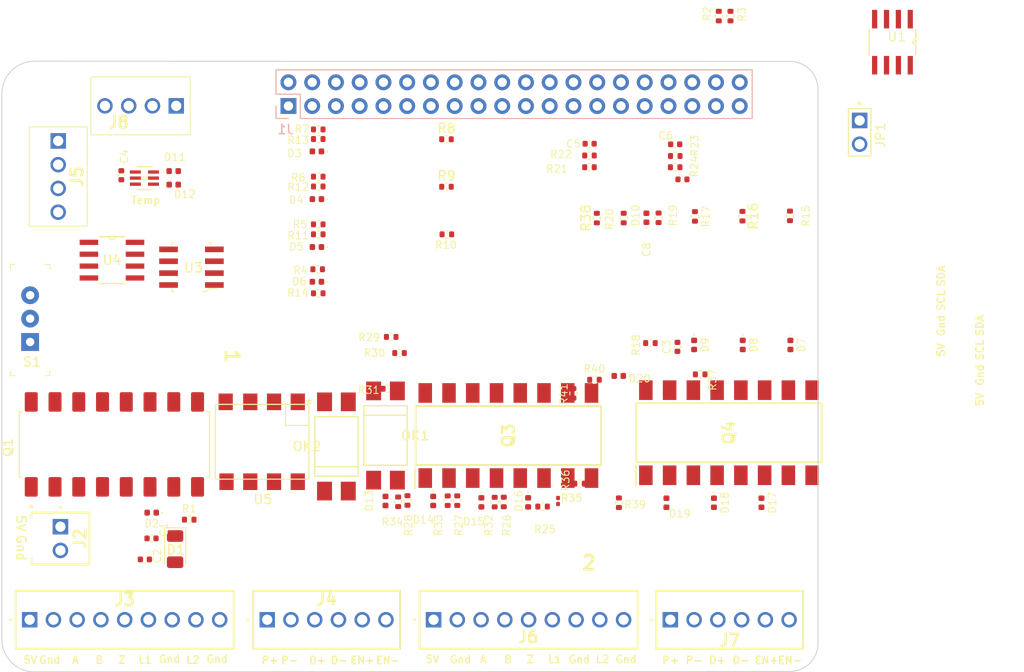
<source format=kicad_pcb>
(kicad_pcb (version 20241229) (generator "pcbnew") (generator_version "9.0")
  (title_block (date "15 nov 2012"))
  (layers (0 "F.Cu" signal) (4 "In1.Cu" power) (6 "In2.Cu" power) (2 "B.Cu" signal) (13 "F.Paste" user) (15 "B.Paste" user) (5 "F.SilkS" user "F.Silkscreen") (7 "B.SilkS" user "B.Silkscreen") (1 "F.Mask" user) (3 "B.Mask" user) (25 "Edge.Cuts" user))
  (net 0 "")
  (net 1 "GNDIO")
  (net 2 "+5V")
  (net 3 "/GPIO4{slash}GPCLK0")
  (net 4 "/GPIO14{slash}TXD0")
  (net 5 "/GPIO15{slash}RXD0")
  (net 6 "/IO/LIM_1")
  (net 7 "/IO/PUL-")
  (net 8 "Net-(D1-K)")
  (net 9 "/IO/DIR-")
  (net 10 "/IO/MF-")
  (net 11 "/GPIO10{slash}SPI0.MOSI")
  (net 12 "/GPIO9{slash}SPI0.MISO")
  (net 13 "/IO/LIM_2")
  (net 14 "/GPIO11{slash}SPI0.SCLK")
  (net 15 "/GPIO8{slash}SPI0.CE0")
  (net 16 "/GPIO7{slash}SPI0.CE1")
  (net 17 "/ID_SDA")
  (net 18 "/ID_SCL")
  (net 19 "Net-(D6-K)")
  (net 20 "/I2C/SDA")
  (net 21 "/I2C/SCL")
  (net 22 "Net-(D13-K)")
  (net 23 "Net-(D14-K)")
  (net 24 "Net-(D15-K)")
  (net 25 "Net-(D16-K)")
  (net 26 "/io2/LIM_1")
  (net 27 "/io2/PUL-")
  (net 28 "Net-(D2-K)")
  (net 29 "Net-(D3-K)")
  (net 30 "Net-(D4-K)")
  (net 31 "Net-(D5-K)")
  (net 32 "GNDPI")
  (net 35 "/io2/DIR-")
  (net 36 "/io2/MF-")
  (net 37 "E_PUL{slash}18")
  (net 38 "E_ENC_B{slash}22")
  (net 39 "E_DIR{slash}23")
  (net 40 "E_MF{slash}24")
  (net 41 "E_ENC_Z{slash}27")
  (net 42 "E_ENC_A{slash}17")
  (net 43 "/io2/LIM_2")
  (net 44 "Net-(D20-K)")
  (net 45 "A_LIM_2{slash}21")
  (net 46 "PI_SDA")
  (net 47 "A_ENC_A{slash}5")
  (net 48 "A_PUL{slash}13")
  (net 49 "A_MF{slash}20")
  (net 50 "PI_SCL")
  (net 51 "A_DIR{slash}19")
  (net 52 "A_LIM_1{slash}12")
  (net 53 "E_LIM_2{slash}16")
  (net 54 "E_LIM_1{slash}25")
  (net 55 "+3.3V")
  (net 56 "A_ENC_B{slash}6")
  (net 57 "/IO/ENC_B")
  (net 58 "/IO/ENC_A")
  (net 59 "/IO/ENC_Z")
  (net 60 "/io2/ENC_Z")
  (net 61 "/io2/ENC_B")
  (net 62 "/io2/ENC_A")
  (net 63 "Net-(OK1-Pad1)")
  (net 64 "Net-(R15-Pad2)")
  (net 65 "Net-(R16-Pad2)")
  (net 66 "Net-(Q4-Pad5)")
  (net 67 "Net-(Q4-Pad1)")
  (net 68 "Net-(Q4-Pad3)")
  (net 69 "Net-(JP1-B)")
  (net 70 "Net-(D10-K)")
  (net 72 "A_ENC_Z{slash}26")
  (footprint "Resistor_SMD:R_0402_1005Metric" (layer "F.Cu") (at 147.08 74.115 180)
    (property "Reference" "R18" (at 1.54 -0.22 90) (layer "F.SilkS") (effects (font (size 0.8 0.8) (thickness 0.1))))
    (property "Value" "4R7")
    (pad "1" smd roundrect (at -0.51 0 180) (size 0.54 0.64) (layers "F.Cu" "F.Mask" "F.Paste") (net 55 "+3.3V"))
    (pad "2" smd roundrect (at 0.51 0 180) (size 0.54 0.64) (layers "F.Cu" "F.Mask" "F.Paste") (net 53 "E_LIM_2{slash}16"))
  )
  (footprint "Diode_SMD:D_0402_1005Metric" (layer "F.Cu") (at 151.75 74.315 -90)
    (property "Reference" "D9" (at 0 -1.17 90) (layer "F.SilkS") (effects (font (size 0.8 0.8) (thickness 0.1))))
    (property "Value" "TPESD0402G05V")
    (pad "1" smd roundrect (at -0.485 0 270) (size 0.59 0.64) (layers "F.Cu" "F.Mask" "F.Paste") (net 10 "/IO/MF-"))
    (pad "2" smd roundrect (at 0.485 0 270) (size 0.59 0.64) (layers "F.Cu" "F.Mask" "F.Paste") (net 1 "GNDIO"))
  )
  (footprint "DishFootprints:TerminalBlock_6x2.54mm" (layer "F.Cu") (at 106.1 103.7)
    (property "Reference" "J4" (at 6.35 -2.175 0) (layer "F.SilkS") (effects (font (size 1.27 1.27) (thickness 0.254))))
    (property "Value" "TerminalBlock_6x2.54mm" (hide yes))
    (pad "1" thru_hole rect (at 0 0) (size 1.65 1.65) (drill 1.1) (layers "*.Cu" "*.Mask") (net 2 "+5V"))
    (pad "2" thru_hole circle (at 2.54 0) (size 1.65 1.65) (drill 1.1) (layers "*.Cu" "*.Mask") (net 7 "/IO/PUL-"))
    (pad "3" thru_hole circle (at 5.08 0) (size 1.65 1.65) (drill 1.1) (layers "*.Cu" "*.Mask") (net 2 "+5V"))
    (pad "4" thru_hole circle (at 7.62 0) (size 1.65 1.65) (drill 1.1) (layers "*.Cu" "*.Mask") (net 9 "/IO/DIR-"))
    (pad "5" thru_hole circle (at 10.16 0) (size 1.65 1.65) (drill 1.1) (layers "*.Cu" "*.Mask") (net 2 "+5V"))
    (pad "6" thru_hole circle (at 12.7 0) (size 1.65 1.65) (drill 1.1) (layers "*.Cu" "*.Mask") (net 10 "/IO/MF-"))
  )
  (footprint "MountingHole:MountingHole_2.7mm_M2.5" (layer "F.Cu") (at 161.5 47.5)
    (property "Reference" "MH2" (hide yes))
    (property "Value" "MountingHole_2.7mm_M2.5" (hide yes))
    (pad "" np_thru_hole circle (at 0 0) (size 2.7 2.7) (drill 2.7) (layers "*.Cu" "*.Mask"))
  )
  (footprint "Resistor_SMD:R_0402_1005Metric" (layer "F.Cu") (at 130.425 91.12 -90)
    (property "Reference" "R32" (at 2.48 0.625 270) (layer "F.SilkS") (effects (font (size 0.8 0.8) (thickness 0.1))))
    (property "Value" "470")
    (pad "1" smd roundrect (at -0.51 0 270) (size 0.54 0.64) (layers "F.Cu" "F.Mask" "F.Paste") (net 24 "Net-(D15-K)"))
    (pad "2" smd roundrect (at 0.51 0 270) (size 0.54 0.64) (layers "F.Cu" "F.Mask" "F.Paste") (net 60 "/io2/ENC_Z"))
  )
  (footprint "Diode_SMD:D_0402_1005Metric" (layer "F.Cu") (at 111.415 67.56 180)
    (property "Reference" "D6" (at 1.89 0.03 0) (layer "F.SilkS") (effects (font (size 0.8 0.8) (thickness 0.1))))
    (property "Value" "TPESD0402G05V")
    (pad "1" smd roundrect (at -0.485 0 180) (size 0.59 0.64) (layers "F.Cu" "F.Mask" "F.Paste") (net 19 "Net-(D6-K)"))
    (pad "2" smd roundrect (at 0.485 0 180) (size 0.59 0.64) (layers "F.Cu" "F.Mask" "F.Paste") (net 6 "/IO/LIM_1"))
  )
  (footprint "Diode_SMD:D_0402_1005Metric" (layer "F.Cu") (at 111.415 58.72 180)
    (property "Reference" "D4" (at 2.2 -0.1 0) (layer "F.SilkS") (effects (font (size 0.8 0.8) (thickness 0.1))))
    (property "Value" "TPESD0402G05V")
    (pad "1" smd roundrect (at -0.485 0 180) (size 0.59 0.64) (layers "F.Cu" "F.Mask" "F.Paste") (net 30 "Net-(D4-K)"))
    (pad "2" smd roundrect (at 0.485 0 180) (size 0.59 0.64) (layers "F.Cu" "F.Mask" "F.Paste") (net 1 "GNDIO"))
  )
  (footprint "Resistor_SMD:R_0402_1005Metric" (layer "F.Cu") (at 120.25 75.18 180)
    (property "Reference" "R30" (at 2.685 0.005 180) (layer "F.SilkS") (effects (font (size 0.8 0.8) (thickness 0.1))))
    (property "Value" "4R7")
    (pad "1" smd roundrect (at -0.51 0 180) (size 0.54 0.64) (layers "F.Cu" "F.Mask" "F.Paste") (net 56 "A_ENC_B{slash}6"))
    (pad "2" smd roundrect (at 0.51 0 180) (size 0.54 0.64) (layers "F.Cu" "F.Mask" "F.Paste") (net 55 "+3.3V"))
  )
  (footprint "Diode_SMD:D_0402_1005Metric" (layer "F.Cu") (at 118.75 91 -90)
    (property "Reference" "D13" (at -0.045 1.75 270) (layer "F.SilkS") (effects (font (size 0.8 0.8) (thickness 0.1))))
    (property "Value" "TPESD0402G05V")
    (pad "1" smd roundrect (at -0.485 0 270) (size 0.59 0.64) (layers "F.Cu" "F.Mask" "F.Paste") (net 22 "Net-(D13-K)"))
    (pad "2" smd roundrect (at 0.485 0 270) (size 0.59 0.64) (layers "F.Cu" "F.Mask" "F.Paste") (net 1 "GNDIO"))
  )
  (footprint "Resistor_SMD:R_0402_1005Metric" (layer "F.Cu") (at 140.56 55.31)
    (property "Reference" "R21" (at -3.48 0.18 0) (layer "F.SilkS") (effects (font (size 0.8 0.8) (thickness 0.1))))
    (property "Value" "4R7")
    (pad "1" smd roundrect (at -0.51 0) (size 0.54 0.64) (layers "F.Cu" "F.Mask" "F.Paste") (net 55 "+3.3V"))
    (pad "2" smd roundrect (at 0.51 0) (size 0.54 0.64) (layers "F.Cu" "F.Mask" "F.Paste") (net 50 "PI_SCL"))
  )
  (footprint "Diode_SMD:D_0402_1005Metric" (layer "F.Cu") (at 96.1 57.175)
    (property "Reference" "D12" (at 1.19 1.02 0) (layer "F.SilkS") (effects (font (size 0.8 0.8) (thickness 0.1))))
    (property "Value" "TPESD0402G05V")
    (pad "1" smd roundrect (at -0.485 0) (size 0.59 0.64) (layers "F.Cu" "F.Mask" "F.Paste") (net 21 "/I2C/SCL"))
    (pad "2" smd roundrect (at 0.485 0) (size 0.59 0.64) (layers "F.Cu" "F.Mask" "F.Paste") (net 1 "GNDIO"))
  )
  (footprint "Diode_SMD:D_0402_1005Metric" (layer "F.Cu") (at 148.79 91.19 -90)
    (property "Reference" "D19" (at 1.16 -1.43 0) (layer "F.SilkS") (effects (font (size 0.8 0.8) (thickness 0.1))))
    (property "Value" "TPESD0402G05V")
    (pad "1" smd roundrect (at -0.485 0 270) (size 0.59 0.64) (layers "F.Cu" "F.Mask" "F.Paste") (net 36 "/io2/MF-"))
    (pad "2" smd roundrect (at 0.485 0 270) (size 0.59 0.64) (layers "F.Cu" "F.Mask" "F.Paste") (net 1 "GNDIO"))
  )
  (footprint "Resistor_SMD:R_0402_1005Metric" (layer "F.Cu") (at 140.56 54.06)
    (property "Reference" "R22" (at -3.04 -0.13 0) (layer "F.SilkS") (effects (font (size 0.8 0.8) (thickness 0.1))))
    (property "Value" "4R7")
    (pad "1" smd roundrect (at -0.51 0) (size 0.54 0.64) (layers "F.Cu" "F.Mask" "F.Paste") (net 55 "+3.3V"))
    (pad "2" smd roundrect (at 0.51 0) (size 0.54 0.64) (layers "F.Cu" "F.Mask" "F.Paste") (net 46 "PI_SDA"))
  )
  (footprint "Diode_SMD:D_0402_1005Metric" (layer "F.Cu") (at 134 91.15 -90)
    (property "Reference" "D16" (at -0.15 1 90) (layer "F.SilkS") (effects (font (size 0.8 0.8) (thickness 0.1))))
    (property "Value" "TPESD0402G05V")
    (pad "1" smd roundrect (at -0.485 0 270) (size 0.59 0.64) (layers "F.Cu" "F.Mask" "F.Paste") (net 25 "Net-(D16-K)"))
    (pad "2" smd roundrect (at 0.485 0 270) (size 0.59 0.64) (layers "F.Cu" "F.Mask" "F.Paste") (net 26 "/io2/LIM_1"))
  )
  (footprint "Resistor_SMD:R_0402_1005Metric" (layer "F.Cu") (at 97.76 93)
    (property "Reference" "R1" (at 0 -1.17 0) (layer "F.SilkS") (effects (font (size 0.8 0.8) (thickness 0.1))))
    (property "Value" "1k")
    (pad "1" smd roundrect (at -0.51 0) (size 0.54 0.64) (layers "F.Cu" "F.Mask" "F.Paste") (net 8 "Net-(D1-K)"))
    (pad "2" smd roundrect (at 0.51 0) (size 0.54 0.64) (layers "F.Cu" "F.Mask" "F.Paste") (net 1 "GNDIO"))
  )
  (footprint "Resistor_SMD:R_0402_1005Metric" (layer "F.Cu") (at 111.56 51.27)
    (property "Reference" "R7" (at -1.745 -0.05 0) (layer "F.SilkS") (effects (font (size 0.8 0.8) (thickness 0.1))))
    (property "Value" "10k")
    (pad "1" smd roundrect (at -0.51 0) (size 0.54 0.64) (layers "F.Cu" "F.Mask" "F.Paste") (net 58 "/IO/ENC_A"))
    (pad "2" smd roundrect (at 0.51 0) (size 0.54 0.64) (layers "F.Cu" "F.Mask" "F.Paste") (net 2 "+5V"))
  )
  (footprint "LED_SMD:LED_1206_3216Metric" (layer "F.Cu") (at 96.25 96.15 -90)
    (property "Reference" "D1" (at 0.05 -0.075 180) (layer "F.SilkS"))
    (property "Value" "LED")
    (pad "1" smd roundrect (at -1.4 0 270) (size 1.25 1.75) (layers "F.Cu" "F.Mask" "F.Paste") (roundrect_rratio 0.2) (net 8 "Net-(D1-K)"))
    (pad "2" smd roundrect (at 1.4 0 270) (size 1.25 1.75) (layers "F.Cu" "F.Mask" "F.Paste") (roundrect_rratio 0.2) (net 2 "+5V"))
  )
  (footprint "Resistor_SMD:R_0402_1005Metric" (layer "F.Cu") (at 111.56 61.42)
    (property "Reference" "R5" (at -1.945 0 0) (layer "F.SilkS") (effects (font (size 0.8 0.8) (thickness 0.1))))
    (property "Value" "10k")
    (pad "1" smd roundrect (at -0.51 0) (size 0.54 0.64) (layers "F.Cu" "F.Mask" "F.Paste") (net 59 "/IO/ENC_Z"))
    (pad "2" smd roundrect (at 0.51 0) (size 0.54 0.64) (layers "F.Cu" "F.Mask" "F.Paste") (net 2 "+5V"))
  )
  (footprint "Diode_SMD:D_0402_1005Metric" (layer "F.Cu") (at 96.1 55.725)
    (property "Reference" "D11" (at 0.13 -1.5 0) (layer "F.SilkS") (effects (font (size 0.8 0.8) (thickness 0.1))))
    (property "Value" "TPESD0402G05V")
    (pad "1" smd roundrect (at -0.485 0) (size 0.59 0.64) (layers "F.Cu" "F.Mask" "F.Paste") (net 20 "/I2C/SDA"))
    (pad "2" smd roundrect (at 0.485 0) (size 0.59 0.64) (layers "F.Cu" "F.Mask" "F.Paste") (net 1 "GNDIO"))
  )
  (footprint "DishFootprints:Header 1x2 Male" (layer "F.Cu") (at 169.45 51.58 -90)
    (property "Reference" "JP1" (at 0.3175 -2.2225 90) (layer "F.SilkS"))
    (property "Value" "JP1")
    (pad "1" thru_hole rect (at -1.27 0 270) (size 1.65 1.65) (drill 1.1) (layers "*.Cu" "*.Mask") (net 55 "+3.3V"))
    (pad "2" thru_hole circle (at 1.27 0 270) (size 1.65 1.65) (drill 1.1) (layers "*.Cu" "*.Mask") (net 69 "Net-(JP1-B)"))
  )
  (footprint "DishFootprints:TerminalBlock_9x2.54mm" (layer "F.Cu") (at 80.7 103.7)
    (property "Reference" "J3" (at 10.16 -2.16 0) (layer "F.SilkS") (effects (font (size 1.27 1.27) (thickness 0.254))))
    (property "Value" "TerminalBlock_9x2.54mm" (hide yes))
    (pad "1" thru_hole rect (at 0 0) (size 1.65 1.65) (drill 1.1) (layers "*.Cu" "*.Mask") (net 2 "+5V"))
    (pad "2" thru_hole circle (at 2.54 0) (size 1.65 1.65) (drill 1.1) (layers "*.Cu" "*.Mask") (net 1 "GNDIO"))
    (pad "3" thru_hole circle (at 5.08 0) (size 1.65 1.65) (drill 1.1) (layers "*.Cu" "*.Mask") (net 58 "/IO/ENC_A"))
    (pad "4" thru_hole circle (at 7.62 0) (size 1.65 1.65) (drill 1.1) (layers "*.Cu" "*.Mask") (net 57 "/IO/ENC_B"))
    (pad "5" thru_hole circle (at 10.16 0) (size 1.65 1.65) (drill 1.1) (layers "*.Cu" "*.Mask") (net 59 "/IO/ENC_Z"))
    (pad "6" thru_hole circle (at 12.7 0) (size 1.65 1.65) (drill 1.1) (layers "*.Cu" "*.Mask") (net 6 "/IO/LIM_1"))
    (pad "7" thru_hole circle (at 15.24 0) (size 1.65 1.65) (drill 1.1) (layers "*.Cu" "*.Mask") (net 1 "GNDIO"))
    (pad "8" thru_hole circle (at 17.78 0) (size 1.65 1.65) (drill 1.1) (layers "*.Cu" "*.Mask") (net 13 "/IO/LIM_2"))
    (pad "9" thru_hole circle (at 20.32 0) (size 1.65 1.65) (drill 1.1) (layers "*.Cu" "*.Mask") (net 1 "GNDIO"))
  )
  (footprint "Resistor_SMD:R_0402_1005Metric" (layer "F.Cu") (at 111.56 56.32)
    (property "Reference" "R6" (at -2.145 0.1 0) (layer "F.SilkS") (effects (font (size 0.8 0.8) (thickness 0.1))))
    (property "Value" "10k")
    (pad "1" smd roundrect (at -0.51 0) (size 0.54 0.64) (layers "F.Cu" "F.Mask" "F.Paste") (net 57 "/IO/ENC_B"))
    (pad "2" smd roundrect (at 0.51 0) (size 0.54 0.64) (layers "F.Cu" "F.Mask" "F.Paste") (net 2 "+5V"))
  )
  (footprint "Resistor_SMD:R_0402_1005Metric" (layer "F.Cu") (at 111.56 52.2975 180)
    (property "Reference" "R13" (at 2.145 -0.1225 0) (layer "F.SilkS") (effects (font (size 0.8 0.8) (thickness 0.1))))
    (property "Value" "470")
    (pad "1" smd roundrect (at -0.51 0 180) (size 0.54 0.64) (layers "F.Cu" "F.Mask" "F.Paste") (net 29 "Net-(D3-K)"))
    (pad "2" smd roundrect (at 0.51 0 180) (size 0.54 0.64) (layers "F.Cu" "F.Mask" "F.Paste") (net 58 "/IO/ENC_A"))
  )
  (footprint "Capacitor_SMD:C_0402_1005Metric" (layer "F.Cu") (at 90.5 56.17 -90)
    (property "Reference" "C4" (at -1.995 -0.32 270) (layer "F.SilkS") (effects (font (size 0.8 0.8) (thickness 0.1))))
    (property "Value" "0.1uF")
    (pad "1" smd roundrect (at -0.48 0 270) (size 0.56 0.62) (layers "F.Cu" "F.Mask" "F.Paste") (net 2 "+5V"))
    (pad "2" smd roundrect (at 0.48 0 270) (size 0.56 0.62) (layers "F.Cu" "F.Mask" "F.Paste") (net 1 "GNDIO"))
  )
  (footprint "Diode_SMD:D_0402_1005Metric" (layer "F.Cu") (at 111.415 53.62 180)
    (property "Reference" "D3" (at 2.4 -0.2 0) (layer "F.SilkS") (effects (font (size 0.8 0.8) (thickness 0.1))))
    (property "Value" "TPESD0402G05V")
    (pad "1" smd roundrect (at -0.485 0 180) (size 0.59 0.64) (layers "F.Cu" "F.Mask" "F.Paste") (net 29 "Net-(D3-K)"))
    (pad "2" smd roundrect (at 0.485 0 180) (size 0.59 0.64) (layers "F.Cu" "F.Mask" "F.Paste") (net 1 "GNDIO"))
  )
  (footprint "DishFootprints:TerminalBlock_6x2.54mm" (layer "F.Cu") (at 149.21 103.7)
    (property "Reference" "J7" (at 6.35 2.2 0) (layer "F.SilkS") (effects (font (size 1.27 1.27) (thickness 0.254))))
    (property "Value" "TerminalBlock_6x2.54mm" (hide yes))
    (pad "1" thru_hole rect (at 0 0) (size 1.65 1.65) (drill 1.1) (layers "*.Cu" "*.Mask") (net 2 "+5V"))
    (pad "2" thru_hole circle (at 2.54 0) (size 1.65 1.65) (drill 1.1) (layers "*.Cu" "*.Mask") (net 27 "/io2/PUL-"))
    (pad "3" thru_hole circle (at 5.08 0) (size 1.65 1.65) (drill 1.1) (layers "*.Cu" "*.Mask") (net 2 "+5V"))
    (pad "4" thru_hole circle (at 7.62 0) (size 1.65 1.65) (drill 1.1) (layers "*.Cu" "*.Mask") (net 35 "/io2/DIR-"))
    (pad "5" thru_hole circle (at 10.16 0) (size 1.65 1.65) (drill 1.1) (layers "*.Cu" "*.Mask") (net 2 "+5V"))
    (pad "6" thru_hole circle (at 12.7 0) (size 1.65 1.65) (drill 1.1) (layers "*.Cu" "*.Mask") (net 36 "/io2/MF-"))
  )
  (footprint "Resistor_SMD:R_0402_1005Metric" (layer "F.Cu") (at 143.71 91.185 90)
    (property "Reference" "R39" (at -0.205 1.73 0) (layer "F.SilkS") (effects (font (size 0.8 0.8) (thickness 0.1))))
    (property "Value" "4R7")
    (pad "1" smd roundrect (at -0.51 0 90) (size 0.54 0.64) (layers "F.Cu" "F.Mask" "F.Paste") (net 55 "+3.3V"))
    (pad "2" smd roundrect (at 0.51 0 90) (size 0.54 0.64) (layers "F.Cu" "F.Mask" "F.Paste") (net 45 "A_LIM_2{slash}21"))
  )
  (footprint "Diode_SMD:D_0402_1005Metric" (layer "F.Cu") (at 153.87 91.19 -90)
    (property "Reference" "D18" (at 0 -1.17 90) (layer "F.SilkS") (effects (font (size 0.8 0.8) (thickness 0.1))))
    (property "Value" "TPESD0402G05V")
    (pad "1" smd roundrect (at -0.485 0 270) (size 0.59 0.64) (layers "F.Cu" "F.Mask" "F.Paste") (net 35 "/io2/DIR-"))
    (pad "2" smd roundrect (at 0.485 0 270) (size 0.59 0.64) (layers "F.Cu" "F.Mask" "F.Paste") (net 1 "GNDIO"))
  )
  (footprint "Resistor_SMD:R_0402_1005Metric" (layer "F.Cu") (at 147.95 60.72 -90)
    (property "Reference" "R19" (at -0.255 -1.55 90) (layer "F.SilkS") (effects (font (size 0.8 0.8) (thickness 0.1))))
    (property "Value" "220")
    (pad "1" smd roundrect (at -0.51 0 270) (size 0.54 0.64) (layers "F.Cu" "F.Mask" "F.Paste") (net 2 "+5V"))
    (pad "2" smd roundrect (at 0.51 0 270) (size 0.54 0.64) (layers "F.Cu" "F.Mask" "F.Paste") (net 70 "Net-(D10-K)"))
  )
  (footprint "DishFootprints:TerminalBlock_4x2.54mm" (layer "F.Cu") (at 96.37 48.75 180)
    (property "Reference" "J8" (at 6.17 -1.75 0) (layer "F.SilkS") (effects (font (size 1.27 1.27) (thickness 0.254))))
    (property "Value" "TerminalBlock_4x2.54mm" (hide yes))
    (pad "1" thru_hole rect (at 0 0 180) (size 1.65 1.65) (drill 1.1) (layers "*.Cu" "*.Mask") (net 2 "+5V"))
    (pad "2" thru_hole circle (at 2.54 0 180) (size 1.65 1.65) (drill 1.1) (layers "*.Cu" "*.Mask") (net 1 "GNDIO"))
    (pad "3" thru_hole circle (at 5.08 0 180) (size 1.65 1.65) (drill 1.1) (layers "*.Cu" "*.Mask") (net 21 "/I2C/SCL"))
    (pad "4" thru_hole circle (at 7.62 0 180) (size 1.65 1.65) (drill 1.1) (layers "*.Cu" "*.Mask") (net 20 "/I2C/SDA"))
  )
  (footprint "Resistor_SMD:R_0402_1005Metric" (layer "F.Cu") (at 139.5 89.15)
    (property "Reference" "R36" (at -1.5 -0.35 90) (layer "F.SilkS") (effects (font (size 0.8 0.8) (thickness 0.1))))
    (property "Value" "330")
    (pad "1" smd roundrect (at -0.51 0) (size 0.54 0.64) (layers "F.Cu" "F.Mask" "F.Paste") (net 48 "A_PUL{slash}13"))
    (pad "2" smd roundrect (at 0.51 0) (size 0.54 0.64) (layers "F.Cu" "F.Mask" "F.Paste") (net 67 "Net-(Q4-Pad1)"))
  )
  (footprint "Diode_SMD:D_0402_1005Metric" (layer "F.Cu") (at 111.415 63.845 180)
    (property "Reference" "D5" (at 2.2 0.025 0) (layer "F.SilkS") (effects (font (size 0.8 0.8) (thickness 0.1))))
    (property "Value" "TPESD0402G05V")
    (pad "1" smd roundrect (at -0.485 0 180) (size 0.59 0.64) (layers "F.Cu" "F.Mask" "F.Paste") (net 31 "Net-(D5-K)"))
    (pad "2" smd roundrect (at 0.485 0 180) (size 0.59 0.64) (layers "F.Cu" "F.Mask" "F.Paste") (net 1 "GNDIO"))
  )
  (footprint "Resistor_SMD:R_0402_1005Metric" (layer "F.Cu") (at 144.22 60.745 -90)
    (property "Reference" "R20" (at 0.12 1.52 90) (layer "F.SilkS") (effects (font (size 0.8 0.8) (thickness 0.1))))
    (property "Value" "22k")
    (pad "1" smd roundrect (at -0.51 0 270) (size 0.54 0.64) (layers "F.Cu" "F.Mask" "F.Paste") (net 1 "GNDIO"))
    (pad "2" smd roundrect (at 0.51 0 270) (size 0.54 0.64) (layers "F.Cu" "F.Mask" "F.Paste") (net 13 "/IO/LIM_2"))
  )
  (footprint "Resistor_SMD:R_0402_1005Metric" (layer "F.Cu") (at 152.4 77.46 180)
    (property "Reference" "R37" (at -1.32 -0.6 90) (layer "F.SilkS") (effects (font (size 0.8 0.8) (thickness 0.1))))
    (property "Value" "330")
    (pad "1" smd roundrect (at -0.51 0 180) (size 0.54 0.64) (layers "F.Cu" "F.Mask" "F.Paste") (net 51 "A_DIR{slash}19"))
    (pad "2" smd roundrect (at 0.51 0 180) (size 0.54 0.64) (layers "F.Cu" "F.Mask" "F.Paste") (net 68 "Net-(Q4-Pad3)"))
  )
  (footprint "Resistor_SMD:R_0402_1005Metric" (layer "F.Cu") (at 119 79)
    (property "Reference" "R31" (at -2.035 0.14 0) (layer "F.SilkS") (effects (font (size 0.8 0.8) (thickness 0.1))))
    (property "Value" "4R7")
    (pad "1" smd roundrect (at -0.51 0) (size 0.54 0.64) (layers "F.Cu" "F.Mask" "F.Paste") (net 72 "A_ENC_Z{slash}26"))
    (pad "2" smd roundrect (at 0.51 0) (size 0.54 0.64) (layers "F.Cu" "F.Mask" "F.Paste") (net 55 "+3.3V"))
  )
  (footprint "DishFootprints:LTV817S" (layer "F.Cu") (at 113.5 85.17)
    (property "Reference" "OK2" (at -3.175 0 180) (layer "F.SilkS"))
    (property "Value" "LTV817S")
    (pad "1" smd rect (at -1.27 4.77) (size 1.6 2) (layers "F.Cu" "F.Mask" "F.Paste") (net 70 "Net-(D10-K)"))
    (pad "2" smd rect (at 1.27 4.77) (size 1.6 2) (layers "F.Cu" "F.Mask" "F.Paste") (net 13 "/IO/LIM_2"))
    (pad "3" smd rect (at 1.27 -4.77) (size 1.6 2) (layers "F.Cu" "F.Mask" "F.Paste") (net 32 "GNDPI"))
    (pad "4" smd rect (at -1.27 -4.77) (size 1.6 2) (layers "F.Cu" "F.Mask" "F.Paste") (net 53 "E_LIM_2{slash}16"))
  )
  (footprint "Resistor_SMD:R_0402_1005Metric" (layer "F.Cu") (at 154.39 39.15 90)
    (property "Reference" "R2" (at 0.26 -1.24 90) (layer "F.SilkS") (effects (font (size 0.8 0.8) (thickness 0.1))))
    (property "Value" "3.9k")
    (pad "1" smd roundrect (at -0.51 0 90) (size 0.54 0.64) (layers "F.Cu" "F.Mask" "F.Paste") (net 55 "+3.3V"))
    (pad "2" smd roundrect (at 0.51 0 90) (size 0.54 0.64) (layers "F.Cu" "F.Mask" "F.Paste") (net 17 "/ID_SDA"))
  )
  (footprint "Capacitor_SMD:C_0402_1005Metric" (layer "F.Cu") (at 93.02 97.25 180)
    (property "Reference" "C2" (at -1.32 0.36 90) (layer "F.SilkS") (effects (font (size 0.8 0.8) (thickness 0.1))))
    (property "Value" "10uF")
    (pad "1" smd roundrect (at -0.48 0 180) (size 0.56 0.62) (layers "F.Cu" "F.Mask" "F.Paste") (net 28 "Net-(D2-K)"))
    (pad "2" smd roundrect (at 0.48 0 180) (size 0.56 0.62) (layers "F.Cu" "F.Mask" "F.Paste") (net 1 "GNDIO"))
  )
  (footprint "DishFootprints:LTV817S" (layer "F.Cu") (at 118.75 84 180)
    (property "Reference" "OK1" (at -3.175 0 0) (layer "F.SilkS"))
    (property "Value" "LTV817S")
    (pad "1" smd rect (at -1.27 4.77 180) (size 1.6 2) (layers "F.Cu" "F.Mask" "F.Paste") (net 63 "Net-(OK1-Pad1)"))
    (pad "2" smd rect (at 1.27 4.77 180) (size 1.6 2) (layers "F.Cu" "F.Mask" "F.Paste") (net 32 "GNDPI"))
    (pad "3" smd rect (at 1.27 -4.77 180) (size 1.6 2) (layers "F.Cu" "F.Mask" "F.Paste") (net 1 "GNDIO"))
    (pad "4" smd rect (at -1.27 -4.77 180) (size 1.6 2) (layers "F.Cu" "F.Mask" "F.Paste") (net 10 "/IO/MF-"))
  )
  (footprint "DishFootprints:TerminalBlock_2x2.54mm" (layer "F.Cu") (at 83.99 93.75 -90)
    (property "Reference" "J2" (at 1.27 -2.1 90) (layer "F.SilkS") (effects (font (size 1.27 1.27) (thickness 0.254))))
    (property "Value" "TerminalBlock_2x2.54mm" (hide yes))
    (pad "" np_thru_hole circle (at 0 2.54 270) (size 1.1 1.1) (drill 1.1) (layers "*.Cu" "*.Mask"))
    (pad "" np_thru_hole circle (at 2.54 2.54 270) (size 1.1 1.1) (drill 1.1) (layers "*.Cu" "*.Mask"))
    (pad "1" thru_hole rect (at 0 0 270) (size 1.65 1.65) (drill 1.1) (layers "*.Cu" "*.Mask") (net 28 "Net-(D2-K)"))
    (pad "2" thru_hole circle (at 2.54 0 270) (size 1.65 1.65) (drill 1.1) (layers "*.Cu" "*.Mask") (net 1 "GNDIO"))
  )
  (footprint "Capacitor_SMD:C_0402_1005Metric" (layer "F.Cu") (at 93.73 95 180)
    (property "Reference" "C1" (at -1.315 0.955 90) (layer "F.SilkS") (effects (font (size 0.8 0.8) (thickness 0.1))))
    (property "Value" "0.1uF")
    (pad "1" smd roundrect (at -0.48 0 180) (size 0.56 0.62) (layers "F.Cu" "F.Mask" "F.Paste") (net 28 "Net-(D2-K)"))
    (pad "2" smd roundrect (at 0.48 0 180) (size 0.56 0.62) (layers "F.Cu" "F.Mask" "F.Paste") (net 1 "GNDIO"))
  )
  (footprint "Resistor_SMD:R_0402_1005Metric" (layer "F.Cu") (at 111.56 68.795)
    (property "Reference" "R14" (at -2.175 -0.055 0) (layer "F.SilkS") (effects (font (size 0.8 0.8) (thickness 0.1))))
    (property "Value" "22k")
    (pad "1" smd roundrect (at -0.51 0) (size 0.54 0.64) (layers "F.Cu" "F.Mask" "F.Paste") (net 1 "GNDIO"))
    (pad "2" smd roundrect (at 0.51 0) (size 0.54 0.64) (layers "F.Cu" "F.Mask" "F.Paste") (net 6 "/IO/LIM_1"))
  )
  (footprint "Resistor_SMD:R_0402_1005Metric" (layer "F.Cu") (at 111.56 62.485 180)
    (property "Reference" "R11" (at 2.145 -0.135 0) (layer "F.SilkS") (effects (font (size 0.8 0.8) (thickness 0.1))))
    (property "Value" "470")
    (pad "1" smd roundrect (at -0.51 0 180) (size 0.54 0.64) (layers "F.Cu" "F.Mask" "F.Paste") (net 31 "Net-(D5-K)"))
    (pad "2" smd roundrect (at 0.51 0 180) (size 0.54 0.64) (layers "F.Cu" "F.Mask" "F.Paste") (net 59 "/IO/ENC_Z"))
  )
  (footprint "Resistor_SMD:R_0402_1005Metric" (layer "F.Cu") (at 156.92 60.545 -90)
    (property "Reference" "R16" (at 0 -1.17 90) (layer "F.SilkS"))
    (property "Value" "330")
    (pad "1" smd roundrect (at -0.51 0 270) (size 0.54 0.64) (layers "F.Cu" "F.Mask" "F.Paste") (net 39 "E_DIR{slash}23"))
    (pad "2" smd roundrect (at 0.51 0 270) (size 0.54 0.64) (layers "F.Cu" "F.Mask" "F.Paste") (net 65 "Net-(R16-Pad2)"))
  )
  (footprint "Diode_SMD:D_0402_1005Metric" (layer "F.Cu") (at 146.65 60.715 90)
    (property "Reference" "D10" (at 0.25 -1.15 90) (layer "F.SilkS") (effects (font (size 0.8 0.8) (thickness 0.1))))
    (property "Value" "TPESD0402G05V")
    (pad "1" smd roundrect (at -0.485 0 90) (size 0.59 0.64) (layers "F.Cu" "F.Mask" "F.Paste") (net 70 "Net-(D10-K)"))
    (pad "2" smd roundrect (at 0.485 0 90) (size 0.59 0.64) (layers "F.Cu" "F.Mask" "F.Paste") (net 13 "/IO/LIM_2"))
  )
  (footprint "DishFootprints:M08A" (layer "F.Cu") (at 89.5 65.25)
    (property "Reference" "U4" (at 0 0 0) (layer "F.SilkS"))
    (property "Value" "LM75BIMX-5/NOPB")
    (pad "1" smd rect (at -2.4638 -1.905) (size 1.9812 0.5588) (layers "F.Cu" "F.Mask" "F.Paste") (net 20 "/I2C/SDA"))
    (pad "2" smd rect (at -2.4638 -0.635) (size 1.9812 0.5588) (layers "F.Cu" "F.Mask" "F.Paste") (net 21 "/I2C/SCL"))
    (pad "3" smd rect (at -2.4638 0.635) (size 1.9812 0.5588) (layers "F.Cu" "F.Mask" "F.Paste"))
    (pad "4" smd rect (at -2.4638 1.905) (size 1.9812 0.5588) (layers "F.Cu" "F.Mask" "F.Paste") (net 1 "GNDIO"))
    (pad "5" smd rect (at 2.4638 1.905) (size 1.9812 0.5588) (layers "F.Cu" "F.Mask" "F.Paste") (net 1 "GNDIO"))
    (pad "6" smd rect (at 2.4638 0.635) (size 1.9812 0.5588) (layers "F.Cu" "F.Mask" "F.Paste") (net 1 "GNDIO"))
    (pad "7" smd rect (at 2.4638 -0.635) (size 1.9812 0.5588) (layers "F.Cu" "F.Mask" "F.Paste") (net 2 "+5V"))
    (pad "8" smd rect (at 2.4638 -1.905) (size 1.9812 0.5588) (layers "F.Cu" "F.Mask" "F.Paste") (net 2 "+5V"))
  )
  (footprint "MountingHole:MountingHole_2.7mm_M2.5" (layer "F.Cu") (at 103.5 96.5)
    (property "Reference" "MH3" (hide yes))
    (property "Value" "MountingHole_2.7mm_M2.5" (hide yes))
    (pad "" np_thru_hole circle (at 0 0) (size 2.7 2.7) (drill 2.7) (layers "*.Cu" "*.Mask"))
  )
  (footprint "Resistor_SMD:R_0402_1005Metric" (layer "F.Cu") (at 138.84 79.495 -90)
    (property "Reference" "R41" (at 0.085 1.03 90) (layer "F.SilkS") (effects (font (size 0.8 0.8) (thickness 0.1))))
    (property "Value" "22k")
    (pad "1" smd roundrect (at -0.51 0 270) (size 0.54 0.64) (layers "F.Cu" "F.Mask" "F.Paste") (net 1 "GNDIO"))
    (pad "2" smd roundrect (at 0.51 0 270) (size 0.54 0.64) (layers "F.Cu" "F.Mask" "F.Paste") (net 43 "/io2/LIM_2"))
  )
  (footprint "Resistor_SMD:R_0402_1005Metric" (layer "F.Cu") (at 111.495 66.22 180)
    (property "Reference" "R4" (at 1.82 -0.12 0) (layer "F.SilkS") (effects (font (size 0.8 0.8) (thickness 0.1))))
    (property "Value" "220")
    (pad "1" smd roundrect (at -0.51 0 180) (size 0.54 0.64) (layers "F.Cu" "F.Mask" "F.Paste") (net 19 "Net-(D6-K)"))
    (pad "2" smd roundrect (at 0.51 0 180) (size 0.54 0.64) (layers "F.Cu" "F.Mask" "F.Paste") (net 2 "+5V"))
  )
  (footprint "Diode_SMD:D_0402_1005Metric" (layer "F.Cu") (at 123.85 91 -90)
    (property "Reference" "D14" (at 2 1.05 0) (layer "F.SilkS") (effects (font (size 0.8 0.8) (thickness 0.1))))
    (property "Value" "TPESD0402G05V")
    (pad "1" smd roundrect (at -0.485 0 270) (size 0.59 0.64) (layers "F.Cu" "F.Mask" "F.Paste") (net 23 "Net-(D14-K)"))
    (pad "2" smd roundrect (at 0.485 0 270) (size 0.59 0.64) (layers "F.Cu" "F.Mask" "F.Paste") (net 1 "GNDIO"))
  )
  (footprint "Resistor_SMD:R_0402_1005Metric" (layer "F.Cu") (at 125.4 90.97 -90)
    (property "Reference" "R33" (at 2.63 1 270) (layer "F.SilkS") (effects (font (size 0.8 0.8) (thickness 0.1))))
    (property "Value" "470")
    (pad "1" smd roundrect (at -0.51 0 270) (size 0.54 0.64) (layers "F.Cu" "F.Mask" "F.Paste") (net 23 "Net-(D14-K)"))
    (pad "2" smd roundrect (at 0.51 0 270) (size 0.54 0.64) (layers "F.Cu" "F.Mask" "F.Paste") (net 61 "/io2/ENC_B"))
  )
  (footprint "DishFootprints:LTV827S" (layer "F.Cu") (at 105.56 84.67 180)
    (property "Reference" "U5" (at -0.075 -6.155 0) (layer "F.SilkS"))
    (property "Value" "LTV827S-TA1")
    (fp_text user "*" (at -5 4 0) (layer "F.SilkS"))
    (pad "1" smd rect (at -3.81 4.27 180) (size 1.524 1.778) (layers "F.Cu" "F.Mask" "F.Paste") (net 64 "Net-(R15-Pad2)"))
    (pad "2" smd rect (at -1.27 4.27 180) (size 1.524 1.778) (layers "F.Cu" "F.Mask" "F.Paste") (net 32 "GNDPI"))
    (pad "3" smd rect (at 1.27 4.27 180) (size 1.524 1.778) (layers "F.Cu" "F.Mask" "F.Paste") (net 65 "Net-(R16-Pad2)"))
    (pad "4" smd rect (at 3.9 4.27 180) (size 1.524 1.778) (layers "F.Cu" "F.Mask" "F.Paste") (net 32 "GNDPI"))
    (pad "5" smd rect (at 3.81 -4.27 180) (size 1.524 1.778) (layers "F.Cu" "F.Mask" "F.Paste") (net 1 "GNDIO"))
    (pad "6" smd rect (at 1.27 -4.27 180) (size 1.524 1.778) (layers "F.Cu" "F.Mask" "F.Paste") (net 9 "/IO/DIR-"))
    (pad "7" smd rect (at -1.27 -4.27 180) (size 1.524 1.778) (layers "F.Cu" "F.Mask" "F.Paste") (net 1 "GNDIO"))
    (pad "8" smd rect (at -3.81 -4.27 180) (size 1.524 1.778) (layers "F.Cu" "F.Mask" "F.Paste") (net 7 "/IO/PUL-"))
  )
  (footprint "Resistor_SMD:R_0402_1005Metric" (layer "F.Cu") (at 135.545 91.6)
    (property "Reference" "R25" (at 0.255644 2.43 180) (layer "F.SilkS") (effects (font (size 0.8 0.8) (thickness 0.1))))
    (property "Value" "220")
    (pad "1" smd roundrect (at -0.51 0) (size 0.54 0.64) (layers "F.Cu" "F.Mask" "F.Paste") (net 25 "Net-(D16-K)"))
    (pad "2" smd roundrect (at 0.51 0) (size 0.54 0.64) (layers "F.Cu" "F.Mask" "F.Paste") (net 2 "+5V"))
  )
  (footprint "MountingHole:MountingHole_2.7mm_M2.5" (layer "F.Cu") (at 103.5 47.5)
    (property "Reference" "MH1" (hide yes))
    (property "Value" "MountingHole_2.7mm_M2.5" (hide yes))
    (pad "" np_thru_hole circle (at 0 0) (size 2.7 2.7) (drill 2.7) (layers "*.Cu" "*.Mask"))
  )
  (footprint "DishFootprints:TerminalBlock_4x2.54mm" (layer "F.Cu") (at 83.75 52.5 -90)
    (property "Reference" "J5" (at 3.81 -2 90) (layer "F.SilkS") (effects (font (size 1.27 1.27) (thickness 0.254))))
    (property "Value" "TerminalBlock_4x2.54mm" (hide yes))
    (pad "1" thru_hole rect (at 0 0 270) (size 1.65 1.65) (drill 1.1) (layers "*.Cu" "*.Mask") (net 2 "+5V"))
    (pad "2" thru_hole circle (at 2.54 0 270) (size 1.65 1.65) (drill 1.1) (layers "*.Cu" "*.Mask") (net 1 "GNDIO"))
    (pad "3" thru_hole circle (at 5.08 0 270) (size 1.65 1.65) (drill 1.1) (layers "*.Cu" "*.Mask") (net 21 "/I2C/SCL"))
    (pad "4" thru_hole circle (at 7.62 0 270) (size 1.65 1.65) (drill 1.1) (layers "*.Cu" "*.Mask") (net 20 "/I2C/SDA"))
  )
  (footprint "digikey-footprints:Switch_Slide_11.6x4mm_EG1218" (layer "F.Cu") (at 80.75 74 90)
    (property "Reference" "S1" (at -2.125 0.2 180) (layer "F.SilkS"))
    (property "Value" "EG1218")
    (pad "1" thru_hole rect (at 0 0 90) (size 1.9 1.9) (drill 0.9) (layers "*.Cu" "*.Mask") (net 2 "+5V"))
    (pad "2" thru_hole circle (at 2.5 0 90) (size 1.9 1.9) (drill 0.9) (layers "*.Cu" "*.Mask") (net 28 "Net-(D2-K)"))
    (pad "3" thru_hole circle (at 5 0 90) (size 1.9 1.9) (drill 0.9) (layers "*.Cu" "*.Mask") (net 1 "GNDIO"))
  )
  (footprint "DishFootprints:LTC4311" (layer "F.Cu") (at 92.970001 56.474999)
    (property "Reference" "U2" (at 0 0 0) (layer "F.SilkS") (effects (font (size 0.4 0.4) (thickness 0.09) (bold yes))))
    (property "Value" "LTC4311ISC6-TRPBF")
    (pad "1" smd rect (at -0.970001 -0.649999) (size 1.1712 0.3508) (layers "F.Cu" "F.Mask" "F.Paste") (net 2 "+5V"))
    (pad "2" smd rect (at -0.970001 0) (size 1.1712 0.3508) (layers "F.Cu" "F.Mask" "F.Paste") (net 1 "GNDIO"))
    (pad "3" smd rect (at -0.970001 0.649999) (size 1.1712 0.3508) (layers "F.Cu" "F.Mask" "F.Paste") (net 2 "+5V"))
    (pad "4" smd rect (at 0.970001 0.649999) (size 1.1712 0.3508) (layers "F.Cu" "F.Mask" "F.Paste") (net 21 "/I2C/SCL"))
    (pad "5" smd rect (at 0.970001 0) (size 1.1712 0.3508) (layers "F.Cu" "F.Mask" "F.Paste") (net 1 "GNDIO"))
    (pad "6" smd rect (at 0.970001 -0.649999) (size 1.1712 0.3508) (layers "F.Cu" "F.Mask" "F.Paste") (net 20 "/I2C/SDA"))
  )
  (footprint "Resistor_SMD:R_0402_1005Metric" (layer "F.Cu") (at 121.1 90.945 90)
    (property "Reference" "R28" (at -2.655 0.1 90) (layer "F.SilkS") (effects (font (size 0.8 0.8) (thickness 0.1))))
    (property "Value" "10k")
    (pad "1" smd roundrect (at -0.51 0 90) (size 0.54 0.64) (layers "F.Cu" "F.Mask" "F.Paste") (net 62 "/io2/ENC_A"))
    (pad "2" smd roundrect (at 0.51 0 90) (size 0.54 0.64) (layers "F.Cu" "F.Mask" "F.Paste") (net 2 "+5V"))
  )
  (footprint "Resistor_SMD:R_0402_1005Metric" (layer "F.Cu") (at 125.31 62.49)
    (property "Reference" "R10" (at -0.095 1.13 0) (layer "F.SilkS") (effects (font (size 0.8 0.8) (thickness 0.1))))
    (property "Value" "4R7")
    (pad "1" smd roundrect (at -0.51 0) (size 0.54 0.64) (layers "F.Cu" "F.Mask" "F.Paste") (net 41 "E_ENC_Z{slash}27"))
    (pad "2" smd roundrect (at 0.51 0) (size 0.54 0.64) (layers "F.Cu" "F.Mask" "F.Paste") (net 55 "+3.3V"))
  )
  (footprint "digikey-footprints:SOIC-8_W3.9mm" (layer "F.Cu") (at 98 66 90)
    (property "Reference" "U3" (at -0.0588 0.215 0) (layer "F.SilkS"))
    (property "Value" "ISO1540DR")
    (pad "1" smd rect (at -1.905 2.45 90) (size 0.6 2) (layers "F.Cu" "F.Mask" "F.Paste") (net 55 "+3.3V"))
    (pad "2" smd rect (at -0.635 2.45 90) (size 0.6 2) (layers "F.Cu" "F.Mask" "F.Paste") (net 46 "PI_SDA"))
    (pad "3" smd rect (at 0.635 2.45 90) (size 0.6 2) (layers "F.Cu" "F.Mask" "F.Paste") (net 50 "PI_SCL"))
    (pad "4" smd rect (at 1.905 2.45 90) (size 0.6 2) (layers "F.Cu" "F.Mask" "F.Paste") (net 32 "GNDPI"))
    (pad "5" smd rect (at 1.905 -2.45 90) (size 0.6 2) (layers "F.Cu" "F.Mask" "F.Paste") (net 1 "GNDIO"))
    (pad "6" smd rect (at 0.635 -2.45 90) (size 0.6 2) (layers "F.Cu" "F.Mask" "F.Paste") (net 21 "/I2C/SCL"))
    (pad "7" smd rect (at -0.635 -2.45 90) (size 0.6 2) (layers "F.Cu" "F.Mask" "F.Paste") (net 20 "/I2C/SDA"))
    (pad "8" smd rect (at -1.905 -2.45 90) (size 0.6 2) (layers "F.Cu" "F.Mask" "F.Paste") (net 2 "+5V"))
  )
  (footprint "Capacitor_SMD:C_0402_1005Metric" (layer "F.Cu") (at 140.58 52.8 180)
    (property "Reference" "C5" (at 1.73 -0.01 180) (layer "F.SilkS") (effects (font (size 0.8 0.8) (thickness 0.1))))
    (property "Value" "0.1uF")
    (pad "1" smd roundrect (at -0.48 0 180) (size 0.56 0.62) (layers "F.Cu" "F.Mask" "F.Paste") (net 55 "+3.3V"))
    (pad "2" smd roundrect (at 0.48 0 180) (size 0.56 0.62) (layers "F.Cu" "F.Mask" "F.Paste") (net 32 "GNDPI"))
  )
  (footprint "Diode_SMD:D_0402_1005Metric" (layer "F.Cu") (at 162.05 74.315 -90)
    (property "Reference" "D7" (at 0 -1.17 90) (layer "F.SilkS") (effects (font (size 0.8 0.8) (thickness 0.1))))
    (property "Value" "TPESD0402G05V")
    (pad "1" smd roundrect (at -0.485 0 270) (size 0.59 0.64) (layers "F.Cu" "F.Mask" "F.Paste") (net 7 "/IO/PUL-"))
    (pad "2" smd roundrect (at 0.485 0 270) (size 0.59 0.64) (layers "F.Cu" "F.Mask" "F.Paste") (net 1 "GNDIO"))
  )
  (footprint "Resistor_SMD:R_0402_1005Metric" (layer "F.Cu") (at 111.56 57.3725 180)
    (property "Reference" "R12" (at 2.145 -0.0475 0) (layer "F.SilkS") (effects (font (size 0.8 0.8) (thickness 0.1))))
    (property "Value" "470")
    (pad "1" smd roundrect (at -0.51 0 180) (size 0.54 0.64) (layers "F.Cu" "F.Mask" "F.Paste") (net 30 "Net-(D4-K)"))
    (pad "2" smd roundrect (at 0.51 0 180) (size 0.54 0.64) (layers "F.Cu" "F.Mask" "F.Paste") (net 57 "/IO/ENC_B"))
  )
  (footprint "DishFootprints:TerminalBlock_9x2.54mm" (layer "F.Cu") (at 123.89 103.7)
    (property "Reference" "J6" (at 10.12 1.85 0) (layer "F.SilkS") (effects (font (size 1.27 1.27) (thickness 0.254))))
    (property "Value" "TerminalBlock_9x2.54mm" (hide yes))
    (pad "1" thru_hole rect (at 0 0) (size 1.65 1.65) (drill 1.1) (layers "*.Cu" "*.Mask") (net 2 "+5V"))
    (pad "2" thru_hole circle (at 2.54 0) (size 1.65 1.65) (drill 1.1) (layers "*.Cu" "*.Mask") (net 1 "GNDIO"))
    (pad "3" thru_hole circle (at 5.08 0) (size 1.65 1.65) (drill 1.1) (layers "*.Cu" "*.Mask") (net 62 "/io2/ENC_A"))
    (pad "4" thru_hole circle (at 7.62 0) (size 1.65 1.65) (drill 1.1) (layers "*.Cu" "*.Mask") (net 61 "/io2/ENC_B"))
    (pad "5" thru_hole circle (at 10.16 0) (size 1.65 1.65) (drill 1.1) (layers "*.Cu" "*.Mask") (net 60 "/io2/ENC_Z"))
    (pad "6" thru_hole circle (at 12.7 0) (size 1.65 1.65) (drill 1.1) (layers "*.Cu" "*.Mask") (net 26 "/io2/LIM_1"))
    (pad "7" thru_hole circle (at 15.24 0) (size 1.65 1.65) (drill 1.1) (layers "*.Cu" "*.Mask") (net 1 "GNDIO"))
    (pad "8" thru_hole circle (at 17.78 0) (size 1.65 1.65) (drill 1.1) (layers "*.Cu" "*.Mask") (net 43 "/io2/LIM_2"))
    (pad "9" thru_hole circle (at 20.32 0) (size 1.65 1.65) (drill 1.1) (layers "*.Cu" "*.Mask") (net 1 "GNDIO"))
  )
  (footprint "Resistor_SMD:R_0402_1005Metric" (layer "F.Cu") (at 149.735 54.11 180)
    (property "Reference" "R23" (at -2.085 1.11 270) (layer "F.SilkS") (effects (font (size 0.8 0.8) (thickness 0.1))))
    (property "Value" "4R7")
    (pad "1" smd roundrect (at -0.51 0 180) (size 0.54 0.64) (layers "F.Cu" "F.Mask" "F.Paste") (net 2 "+5V"))
    (pad "2" smd roundrect (at 0.51 0 180) (size 0.54 0.64) (layers "F.Cu" "F.Mask" "F.Paste") (net 20 "/I2C/SDA"))
  )
  (footprint "Resistor_SMD:R_0402_1005Metric" (layer "F.Cu") (at 125.27 52.32)
    (property "Reference" "R8" (at 0 -1.17 0) (layer "F.SilkS"))
    (property "Value" "4R7")
    (pad "1" smd roundrect (at -0.51 0) (size 0.54 0.64) (layers "F.Cu" "F.Mask" "F.Paste") (net 42 "E_ENC_A{slash}17"))
    (pad "2" smd roundrect (at 0.51 0) (size 0.54 0.64) (layers "F.Cu" "F.Mask" "F.Paste") (net 55 "+3.3V"))
  )
  (footprint "MountingHole:MountingHole_2.7mm_M2.5" (layer "F.Cu") (at 161.5 96.5)
    (property "Reference" "MH4" (hide yes))
    (property "Value" "MountingHole_2.7mm_M2.5" (hide yes))
    (pad "" np_thru_hole circle (at 0 0) (size 2.7 2.7) (drill 2.7) (layers "*.Cu" "*.Mask"))
  )
  (footprint "Resistor_SMD:R_0402_1005Metric" (layer "F.Cu") (at 141.35 60.75 90)
    (property "Reference" "R38" (at 0 -1.17 90) (layer "F.SilkS"))
    (property "Value" "330")
    (pad "1" smd roundrect (at -0.51 0 90) (size 0.54 0.64) (layers "F.Cu" "F.Mask" "F.Paste") (net 49 "A_MF{slash}20"))
    (pad "2" smd roundrect (at 0.51 0 90) (size 0.54 0.64) (layers "F.Cu" "F.Mask" "F.Paste") (net 66 "Net-(Q4-Pad5)"))
  )
  (footprint "Diode_SMD:D_0402_1005Metric" (layer "F.Cu") (at 143.69 77.63 180)
    (property "Reference" "D20" (at -2.24 -0.28 0) (layer "F.SilkS") (effects (font (size 0.8 0.8) (thickness 0.1))))
    (property "Value" "TPESD0402G05V")
    (pad "1" smd roundrect (at -0.485 0 180) (size 0.59 0.64) (layers "F.Cu" "F.Mask" "F.Paste") (net 44 "Net-(D20-K)"))
    (pad "2" smd roundrect (at 0.485 0 180) (size 0.59 0.64) (layers "F.Cu" "F.Mask" "F.Paste") (net 43 "/io2/LIM_2"))
  )
  (footprint "Capacitor_SMD:C_0402_1005Metric" (layer "F.Cu") (at 150.505 56.61)
    (property "Reference" "C8" (at -3.845 7.535 90) (layer "F.SilkS") (effects (font (size 0.8 0.8) (thickness 0.1))))
    (property "Value" "0.1uF")
    (pad "1" smd roundrect (at -0.48 0) (size 0.56 0.62) (layers "F.Cu" "F.Mask" "F.Paste") (net 1 "GNDIO"))
    (pad "2" smd roundrect (at 0.48 0) (size 0.56 0.62) (layers "F.Cu" "F.Mask" "F.Paste") (net 2 "+5V"))
  )
  (footprint "Resistor_SMD:R_0201_0603Metric" (layer "F.Cu") (at 137.2 91 90)
    (property "Reference" "R35" (at 0.305 1.45 180) (layer "F.SilkS") (effects (font (size 0.8 0.8) (thickness 0.1))))
    (property "Value" "22k")
    (pad "1" smd roundrect (at -0.32 0 90) (size 0.46 0.4) (layers "F.Cu" "F.Mask") (net 1 "GNDIO"))
    (pad "2" smd roundrect (at 0.32 0 90) (size 0.46 0.4) (layers "F.Cu" "F.Mask") (net 26 "/io2/LIM_1"))
  )
  (footprint "DishFootprints:LTV847S" (layer "F.Cu") (at 89.76 84.95 90)
    (property "Reference" "Q1" (at -0.325 -11.385 90) (layer "F.SilkS"))
    (property "Value" "LTV-847S")
    (pad "1" smd roundrect (at -4.54 -8.89 90) (size 2.09 1.39) (layers "F.Cu" "F.Mask" "F.Paste") (roundrect_rratio 0.125) (net 29 "Net-(D3-K)"))
    (pad "2" smd roundrect (at -4.54 -6.35 90) (size 2.09 1.39) (layers "F.Cu" "F.Mask" "F.Paste") (roundrect_rratio 0.125) (net 1 "GNDIO"))
    (pad "3" smd roundrect (at -4.54 -3.81 90) (size 2.09 1.39) (layers "F.Cu" "F.Mask" "F.Paste") (roundrect_rratio 0.125) (net 30 "Net-(D4-K)"))
    (pad "4" smd roundrect (at -4.54 -1.27 90) (size 2.09 1.39) (layers "F.Cu" "F.Mask" "F.Paste") (roundrect_rratio 0.125) (net 1 "GNDIO"))
    (pad "5" smd roundrect (at -4.54 1.27 90) (size 2.09 1.39) (layers "F.Cu" "F.Mask" "F.Paste") (roundrect_rratio 0.125) (net 31 "Net-(D5-K)"))
    (pad "6" smd roundrect (at -4.54 3.81 90) (size 2.09 1.39) (layers "F.Cu" "F.Mask" "F.Paste") (roundrect_rratio 0.125) (net 1 "GNDIO"))
    (pad "7" smd roundrect (at -4.54 6.35 90) (size 2.09 1.39) (layers "F.Cu" "F.Mask" "F.Paste") (roundrect_rratio 0.125) (net 19 "Net-(D6-K)"))
    (pad "8" smd roundrect (at -4.54 8.89 90) (size 2.09 1.39) (layers "F.Cu" "F.Mask" "F.Paste") (roundrect_rratio 0.125) (net 6 "/IO/LIM_1"))
    (pad "9" smd roundrect (at 4.54 8.89 90) (size 2.09 1.39) (layers "F.Cu" "F.Mask" "F.Paste") (roundrect_rratio 0.125) (net 32 "GNDPI"))
    (pad "10" smd roundrect (at 4.54 6.35 90) (size 2.09 1.39) (layers "F.Cu" "F.Mask" "F.Paste") (roundrect_rratio 0.125) (net 54 "E_LIM_1{slash}25"))
    (pad "11" smd roundrect (at 4.54 3.81 90) (size 2.09 1.39) (layers "F.Cu" "F.Mask" "F.Paste") (roundrect_rratio 0.125) (net 32 "GNDPI"))
    (pad "12" smd roundrect (at 4.54 1.27 90) (size 2.09 1.39) (layers "F.Cu" "F.Mask" "F.Paste") (roundrect_rratio 0.125) (net 41 "E_ENC_Z{slash}27"))
    (pad "13" smd roundrect (at 4.54 -1.27 90) (size 2.09 1.39) (layers "F.Cu" "F.Mask" "F.Paste") (roundrect_rratio 0.125) (net 32 "GNDPI"))
    (pad "14" smd roundrect (at 4.54 -3.81 90) (size 2.09 1.39) (layers "F.Cu" "F.Mask" "F.Paste") (roundrect_rratio 0.125) (net 38 "E_ENC_B{slash}22"))
    (pad "15" smd roundrect (at 4.54 -6.35 90) (size 2.09 1.39) (layers "F.Cu" "F.Mask" "F.Paste") (roundrect_rratio 0.125) (net 32 "GNDPI"))
    (pad "16" smd roundrect (at 4.54 -8.89 90) (size 2.09 1.39) (layers "F.Cu" "F.Mask" "F.Paste") (roundrect_rratio 0.125) (net 42 "E_ENC_A{slash}17"))
  )
  (footprint "Resistor_SMD:R_0402_1005Metric" (layer "F.Cu") (at 119.36 73.46 180)
    (property "Reference" "R29" (at 2.355 -0.05 180) (layer "F.SilkS") (effects (font (size 0.8 0.8) (thickness 0.1))))
    (property "Value" "4R7")
    (pad "1" smd roundrect (at -0.51 0 180) (size 0.54 0.64) (layers "F.Cu" "F.Mask" "F.Paste") (net 47 "A_ENC_A{slash}5"))
    (pad "2" smd roundrect (at 0.51 0 180) (size 0.54 0.64) (layers "F.Cu" "F.Mask" "F.Paste") (net 55 "+3.3V"))
  )
  (footprint "DishFootprints:CAT24C256_EEPROM" (layer "F.Cu") (at 172.96 41.94 -90)
    (property "Reference" "U1" (at -0.5838 -0.46 0) (layer "F.SilkS") (effects (font (thickness 0.125))))
    (property "Value" "CAT24C256WI-GT3")
    (pad "1" smd rect (at -2.4638 -1.905 270) (size 1.9812 0.5588) (layers "F.Cu" "F.Mask" "F.Paste") (net 32 "GNDPI"))
    (pad "2" smd rect (at -2.4638 -0.635 270) (size 1.9812 0.5588) (layers "F.Cu" "F.Mask" "F.Paste") (net 32 "GNDPI"))
    (pad "3" smd rect (at -2.4638 0.635 270) (size 1.9812 0.5588) (layers "F.Cu" "F.Mask" "F.Paste") (net 32 "GNDPI"))
    (pad "4" smd rect (at -2.4638 1.905 270) (size 1.9812 0.5588) (layers "F.Cu" "F.Mask" "F.Paste") (net 32 "GNDPI"))
    (pad "5" smd rect (at 2.4638 1.905 270) (size 1.9812 0.5588) (layers "F.Cu" "F.Mask" "F.Paste") (net 17 "/ID_SDA"))
    (pad "6" smd rect (at 2.4638 0.635 270) (size 1.9812 0.5588) (layers "F.Cu" "F.Mask" "F.Paste") (net 18 "/ID_SCL"))
    (pad "7" smd rect (at 2.4638 -0.635 270) (size 1.9812 0.5588) (layers "F.Cu" "F.Mask" "F.Paste") (net 69 "Net-(JP1-B)"))
    (pad "8" smd rect (at 2.4638 -1.905 270) (size 1.9812 0.5588) (layers "F.Cu" "F.Mask" "F.Paste") (net 55 "+3.3V"))
  )
  (footprint "Diode_SMD:D_0402_1005Metric" (layer "F.Cu") (at 156.95 74.315 -90)
    (property "Reference" "D8" (at 0 -1.17 90) (layer "F.SilkS") (effects (font (size 0.8 0.8) (thickness 0.1))))
    (property "Value" "TPESD0402G05V")
    (pad "1" smd roundrect (at -0.485 0 270) (size 0.59 0.64) (layers "F.Cu" "F.Mask" "F.Paste") (net 9 "/IO/DIR-"))
    (pad "2" smd roundrect (at 0.485 0 270) (size 0.59 0.64) (layers "F.Cu" "F.Mask" "F.Paste") (net 1 "GNDIO"))
  )
  (footprint "Resistor_SMD:R_0402_1005Metric" (layer "F.Cu") (at 155.64 39.15 90)
    (property "Reference" "R3" (at 0.18 1.22 90) (layer "F.SilkS") (effects (font (size 0.8 0.8) (thickness 0.1))))
    (property "Value" "3.9k")
    (pad "1" smd roundrect (at -0.51 0 90) (size 0.54 0.64) (layers "F.Cu" "F.Mask" "F.Paste") (net 55 "+3.3V"))
    (pad "2" smd roundrect (at 0.51 0 90) (size 0.54 0.64) (layers "F.Cu" "F.Mask" "F.Paste") (net 18 "/ID_SCL"))
  )
  (footprint "Diode_SMD:D_0402_1005Metric" (layer "F.Cu") (at 158.95 91.19 -90)
    (property "Reference" "D17" (at 0 -1.17 90) (layer "F.SilkS") (effects (font (size 0.8 0.8) (thickness 0.1))))
    (property "Value" "TPESD0402G05V")
    (pad "1" smd roundrect (at -0.485 0 270) (size 0.59 0.64) (layers "F.Cu" "F.Mask" "F.Paste") (net 27 "/io2/PUL-"))
    (pad "2" smd roundrect (at 0.485 0 270) (size 0.59 0.64) (layers "F.Cu" "F.Mask" "F.Paste") (net 1 "GNDIO"))
  )
  (footprint "Resistor_SMD:R_0402_1005Metric" (layer "F.Cu") (at 131.4 91.11 90)
    (property "Reference" "R26" (at -2.48 0.3 90) (layer "F.SilkS") (effects (font (size 0.8 0.8) (thickness 0.1))))
    (property "Value" "10k")
    (pad "1" smd roundrect (at -0.51 0 90) (size 0.54 0.64) (layers "F.Cu" "F.Mask" "F.Paste") (net 60 "/io2/ENC_Z"))
    (pad "2" smd roundrect (at 0.51 0 90) (size 0.54 0.64) (layers "F.Cu" "F.Mask" "F.Paste") (net 2 "+5V"))
  )
  (footprint "Diode_SMD:D_0402_1005Metric" (layer "F.Cu") (at 93.75 92.25 180)
    (property "Reference" "D2" (at 0 -1.17 180) (layer "F.SilkS") (effects (font (size 0.8 0.8) (thickness 0.1))))
    (property "Value" "TPESD0402G05V")
    (pad "1" smd roundrect (at -0.485 0 180) (size 0.59 0.64) (layers "F.Cu" "F.Mask" "F.Paste") (net 28 "Net-(D2-K)"))
    (pad "2" smd roundrect (at 0.485 0 180) (size 0.59 0.64) (layers "F.Cu" "F.Mask" "F.Paste") (net 1 "GNDIO"))
  )
  (footprint "Capacitor_SMD:C_0402_1005Metric" (layer "F.Cu") (at 149.725 52.86)
    (property "Reference" "C6" (at -1.015 -0.92 0) (layer "F.SilkS") (effects (font (size 0.8 0.8) (thickness 0.1))))
    (property "Value" "0.1uF")
    (pad "1" smd roundrect (at -0.48 0) (size 0.56 0.62) (layers "F.Cu" "F.Mask" "F.Paste") (net 2 "+5V"))
    (pad "2" smd roundrect (at 0.48 0) (size 0.56 0.62) (layers "F.Cu" "F.Mask" "F.Paste") (net 1 "GNDIO"))
  )
  (footprint "Resistor_SMD:R_0402_1005Metric" (layer "F.Cu") (at 120.1 91.09 -90)
    (property "Reference" "R34" (at 2.14 0.61 0) (layer "F.SilkS") (effects (font (size 0.8 0.8) (thickness 0.1))))
    (property "Value" "470")
    (pad "1" smd roundrect (at -0.51 0 270) (size 0.54 0.64) (layers "F.Cu" "F.Mask" "F.Paste") (net 22 "Net-(D13-K)"))
    (pad "2" smd roundrect (at 0.51 0 270) (size 0.54 0.64) (layers "F.Cu" "F.Mask" "F.Paste") (net 62 "/io2/ENC_A"))
  )
  (footprint "DishFootprints:ACPL-847-300E" (layer "F.Cu") (at 155.48 83.7 90)
    (property "Reference" "Q4" (at 0 0 90) (layer "F.SilkS") (effects (font (size 1.27 1.27) (thickness 0.254))))
    (property "Value" "LTV-847S" (hide yes))
    (pad "1" smd rect (at -4.55 -8.89 180) (size 1.45 2.1) (layers "F.Cu" "F.Mask" "F.Paste") (net 67 "Net-(Q4-Pad1)"))
    (pad "2" smd rect (at -4.55 -6.35 180) (size 1.45 2.1) (layers "F.Cu" "F.Mask" "F.Paste") (net 32 "GNDPI"))
    (pad "3" smd rect (at -4.55 -3.81 180) (size 1.45 2.1) (layers "F.Cu" "F.Mask" "F.Paste") (net 68 "Net-(Q4-Pad3)"))
    (pad "4" smd rect (at -4.55 -1.27 180) (size 1.45 2.1) (layers "F.Cu" "F.Mask" "F.Paste") (net 32 "GNDPI"))
    (pad "5" smd rect (at -4.55 1.27 180) (size 1.45 2.1) (layers "F.Cu" "F.Mask" "F.Paste") (net 66 "Net-(Q4-Pad5)"))
    (pad "6" smd rect (at -4.55 3.81 180) (size 1.45 2.1) (layers "F.Cu" "F.Mask" "F.Paste") (net 32 "GNDPI"))
    (pad "7" smd rect (at -4.55 6.35 180) (size 1.45 2.1) (layers "F.Cu" "F.Mask" "F.Paste") (net 44 "Net-(D20-K)"))
    (pad "8" smd rect (at -4.55 8.89 180) (size 1.45 2.1) (layers "F.Cu" "F.Mask" "F.Paste") (net 43 "/io2/LIM_2"))
    (pad "9" smd rect (at 4.55 8.89 180) (size 1.45 2.1) (layers "F.Cu" "F.Mask" "F.Paste") (net 32 "GNDPI"))
    (pad "10" smd rect (at 4.55 6.35 180) (size 1.45 2.1) (layers "F.Cu" "F.Mask" "F.Paste") (net 45 "A_LIM_2{slash}21"))
    (pad "11" smd rect (at 4.55 3.81 180) (size 1.45 2.1) (layers "F.Cu" "F.Mask" "F.Paste") (net 1 "GNDIO"))
    (pad "12" smd rect (at 4.55 1.27 180) (size 1.45 2.1) (layers "F.Cu" "F.Mask" "F.Paste") (net 36 "/io2/MF-"))
    (pad "13" smd rect (at 4.55 -1.27 180) (size 1.45 2.1) (layers "F.Cu" "F.Mask" "F.Paste") (net 1 "GNDIO"))
    (pad "14" smd rect (at 4.55 -3.81 180) (size 1.45 2.1) (layers "F.Cu" "F.Mask" "F.Paste") (net 35 "/io2/DIR-"))
    (pad "15" smd rect (at 4.55 -6.35 180) (size 1.45 2.1) (layers "F.Cu" "F.Mask" "F.Paste") (net 1 "GNDIO"))
    (pad "16" smd rect (at 4.55 -8.89 180) (size 1.45 2.1) (layers "F.Cu" "F.Mask" "F.Paste") (net 27 "/io2/PUL-"))
  )
  (footprint "Resistor_SMD:R_0402_1005Metric" (layer "F.Cu") (at 141.095 78.04)
    (property "Reference" "R40" (at 0 -1.17 0) (layer "F.SilkS") (effects (font (size 0.8 0.8) (thickness 0.1))))
    (property "Value" "220")
    (pad "1" smd roundrect (at -0.51 0) (size 0.54 0.64) (layers "F.Cu" "F.Mask" "F.Paste") (net 2 "+5V"))
    (pad "2" smd roundrect (at 0.51 0) (size 0.54 0.64) (layers "F.Cu" "F.Mask" "F.Paste") (net 44 "Net-(D20-K)"))
  )
  (footprint "DishFootprints:ACPL-847-300E" (layer "F.Cu") (at 131.89 84 90)
    (property "Reference" "Q3" (at 0 0 90) (layer "F.SilkS") (effects (font (size 1.27 1.27) (thickness 0.254))))
    (property "Value" "LTV-847S" (hide yes))
    (pad "1" smd rect (at -4.55 -8.89 180) (size 1.45 2.1) (layers "F.Cu" "F.Mask" "F.Paste") (net 22 "Net-(D13-K)"))
    (pad "2" smd rect (at -4.55 -6.35 180) (size 1.45 2.1) (layers "F.Cu" "F.Mask" "F.Paste") (net 1 "GNDIO"))
    (pad "3" smd rect (at -4.55 -3.81 180) (size 1.45 2.1) (layers "F.Cu" "F.Mask" "F.Paste") (net 23 "Net-(D14-K)"))
    (pad "4" smd rect (at -4.55 -1.27 180) (size 1.45 2.1) (layers "F.Cu" "F.Mask" "F.Paste") (net 1 "GNDIO"))
    (pad "5" smd rect (at -4.55 1.27 180) (size 1.45 2.1) (layers "F.Cu" "F.Mask" "F.Paste") (net 24 "Net-(D15-K)"))
    (pad "6" smd rect (at -4.55 3.81 180) (size 1.45 2.1) (layers "F.Cu" "F.Mask" "F.Paste") (net 1 "GNDIO"))
    (pad "7" smd rect (at -4.55 6.35 180) (size 1.45 2.1) (layers "F.Cu" "F.Mask" "F.Paste") (net 25 "Net-(D16-K)"))
    (pad "8" smd rect (at -4.55 8.89 180) (size 1.45 2.1) (layers "F.Cu" "F.Mask" "F.Paste") (net 26 "/io2/LIM_1"))
    (pad "9" smd rect (at 4.55 8.89 180) (size 1.45 2.1) (layers "F.Cu" "F.Mask" "F.Paste") (net 32 "GNDPI"))
    (pad "10" smd rect (at 4.55 6.35 180) (size 1.45 2.1) (layers "F.Cu" "F.Mask" "F.Paste") (net 52 "A_LIM_1{slash}12"))
    (pad "11" smd rect (at 4.55 3.81 180) (size 1.45 2.1) (layers "F.Cu" "F.Mask" "F.Paste") (net 32 "GNDPI"))
    (pad "12" smd rect (at 4.55 1.27 180) (size 1.45 2.1) (layers "F.Cu" "F.Mask" "F.Paste") (net 72 "A_ENC_Z{slash}26"))
    (pad "13" smd rect (at 4.55 -1.27 180) (size 1.45 2.1) (layers "F.Cu" "F.Mask" "F.Paste") (net 32 "GNDPI"))
    (pad "14" smd rect (at 4.55 -3.81 180) (size 1.45 2.1) (layers "F.Cu" "F.Mask" "F.Paste") (net 56 "A_ENC_B{slash}6"))
    (pad "15" smd rect (at 4.55 -6.35 180) (size 1.45 2.1) (layers "F.Cu" "F.Mask" "F.Paste") (net 32 "GNDPI"))
    (pad "16" smd rect (at 4.55 -8.89 180) (size 1.45 2.1) (layers "F.Cu" "F.Mask" "F.Paste") (net 47 "A_ENC_A{slash}5"))
  )
  (footprint "Capacitor_SMD:C_0402_1005Metric" (layer "F.Cu") (at 149.97 74.52 90)
    (property "Reference" "C3" (at 0 -1.16 90) (layer "F.SilkS") (effects (font (size 0.8 0.8) (thickness 0.1))))
    (property "Value" "100n")
    (pad "1" smd roundrect (at -0.48 0 90) (size 0.56 0.62) (layers "F.Cu" "F.Mask" "F.Paste") (net 55 "+3.3V"))
    (pad "2" smd roundrect (at 0.48 0 90) (size 0.56 0.62) (layers "F.Cu" "F.Mask" "F.Paste") (net 32 "GNDPI"))
  )
  (footprint "Resistor_SMD:R_0402_1005Metric" (layer "F.Cu") (at 151.84 60.57 -90)
    (property "Reference" "R17" (at 0 -1.17 90) (layer "F.SilkS") (effects (font (size 0.8 0.8) (thickness 0.1))))
    (property "Value" "330")
    (pad "1" smd roundrect (at -0.51 0 270) (size 0.54 0.64) (layers "F.Cu" "F.Mask" "F.Paste") (net 40 "E_MF{slash}24"))
    (pad "2" smd roundrect (at 0.51 0 270) (size 0.54 0.64) (layers "F.Cu" "F.Mask" "F.Paste") (net 63 "Net-(OK1-Pad1)"))
  )
  (footprint "Resistor_SMD:R_0402_1005Metric" (layer "F.Cu") (at 162 60.515 -90)
    (property "Reference" "R15" (at 0 -1.7 90) (layer "F.SilkS") (effects (font (size 0.8 0.8) (thickness 0.1))))
    (property "Value" "330")
    (pad "1" smd roundrect (at -0.51 0 270) (size 0.54 0.64) (layers "F.Cu" "F.Mask" "F.Paste") (net 37 "E_PUL{slash}18"))
    (pad "2" smd roundrect (at 0.51 0 270) (size 0.54 0.64) (layers "F.Cu" "F.Mask" "F.Paste") (net 64 "Net-(R15-Pad2)"))
  )
  (footprint "Resistor_SMD:R_0402_1005Metric" (layer "F.Cu") (at 126.42 90.965 90)
    (property "Reference" "R27" (at -2.635 0.18 90) (layer "F.SilkS") (effects (font (size 0.8 0.8) (thickness 0.1))))
    (property "Value" "10k")
    (pad "1" smd roundrect (at -0.51 0 90) (size 0.54 0.64) (layers "F.Cu" "F.Mask" "F.Paste") (net 61 "/io2/ENC_B"))
    (pad "2" smd roundrect (at 0.51 0 90) (size 0.54 0.64) (layers "F.Cu" "F.Mask" "F.Paste") (net 2 "+5V"))
  )
  (footprint "Resistor_SMD:R_0402_1005Metric" (layer "F.Cu") (at 125.27 57.4)
    (property "Reference" "R9" (at 0 -1.17 0) (layer "F.SilkS"))
    (property "Value" "4R7")
    (pad "1" smd roundrect (at -0.51 0) (size 0.54 0.64) (layers "F.Cu" "F.Mask" "F.Paste") (net 38 "E_ENC_B{slash}22"))
    (pad "2" smd roundrect (at 0.51 0) (size 0.54 0.64) (layers "F.Cu" "F.Mask" "F.Paste") (net 55 "+3.3V"))
  )
  (footprint "Resistor_SMD:R_0402_1005Metric" (layer "F.Cu") (at 149.725 55.31 180)
    (property "Reference" "R24" (at -2.035 0.08 270) (layer "F.SilkS") (effects (font (size 0.8 0.8) (thickness 0.1))))
    (property "Value" "4R7")
    (pad "1" smd roundrect (at -0.51 0 180) (size 0.54 0.64) (layers "F.Cu" "F.Mask" "F.Paste") (net 2 "+5V"))
    (pad "2" smd roundrect (at 0.51 0 180) (size 0.54 0.64) (layers "F.Cu" "F.Mask" "F.Paste") (net 21 "/I2C/SCL"))
  )
  (footprint "Diode_SMD:D_0402_1005Metric" (layer "F.Cu") (at 129 91.15 -90)
    (property "Reference" "D15" (at 2.05 0.8 0) (layer "F.SilkS") (effects (font (size 0.8 0.8) (thickness 0.1))))
    (property "Value" "TPESD0402G05V")
    (pad "1" smd roundrect (at -0.485 0 270) (size 0.59 0.64) (layers "F.Cu" "F.Mask" "F.Paste") (net 24 "Net-(D15-K)"))
    (pad "2" smd roundrect (at 0.485 0 270) (size 0.59 0.64) (layers "F.Cu" "F.Mask" "F.Paste") (net 1 "GNDIO"))
  )
  (footprint "Connector_PinSocket_2.54mm:PinSocket_2x20_P2.54mm_Vertical" (layer "B.Cu") (at 108.37 48.77 -90)
    (property "Reference" "J1" (at 2.5 0.32 0) (layer "B.SilkS") (effects (justify mirror)))
    (property "Value" "GPIO")
    (pad "1" thru_hole rect (at 0 0 270) (size 1.7 1.7) (drill 1) (layers "*.Cu" "*.Mask") (net 55 "+3.3V"))
    (pad "2" thru_hole circle (at -2.54 0 270) (size 1.7 1.7) (drill 1) (layers "*.Cu" "*.Mask"))
    (pad "3" thru_hole circle (at 0 -2.54 270) (size 1.7 1.7) (drill 1) (layers "*.Cu" "*.Mask") (net 46 "PI_SDA"))
    (pad "4" thru_hole circle (at -2.54 -2.54 270) (size 1.7 1.7) (drill 1) (layers "*.Cu" "*.Mask"))
    (pad "5" thru_hole circle (at 0 -5.08 270) (size 1.7 1.7) (drill 1) (layers "*.Cu" "*.Mask") (net 50 "PI_SCL"))
    (pad "6" thru_hole circle (at -2.54 -5.08 270) (size 1.7 1.7) (drill 1) (layers "*.Cu" "*.Mask") (net 32 "GNDPI"))
    (pad "7" thru_hole circle (at 0 -7.62 270) (size 1.7 1.7) (drill 1) (layers "*.Cu" "*.Mask") (net 3 "/GPIO4{slash}GPCLK0"))
    (pad "8" thru_hole circle (at -2.54 -7.62 270) (size 1.7 1.7) (drill 1) (layers "*.Cu" "*.Mask") (net 4 "/GPIO14{slash}TXD0"))
    (pad "9" thru_hole circle (at 0 -10.16 270) (size 1.7 1.7) (drill 1) (layers "*.Cu" "*.Mask") (net 32 "GNDPI"))
    (pad "10" thru_hole circle (at -2.54 -10.16 270) (size 1.7 1.7) (drill 1) (layers "*.Cu" "*.Mask") (net 5 "/GPIO15{slash}RXD0"))
    (pad "11" thru_hole circle (at 0 -12.7 270) (size 1.7 1.7) (drill 1) (layers "*.Cu" "*.Mask") (net 42 "E_ENC_A{slash}17"))
    (pad "12" thru_hole circle (at -2.54 -12.7 270) (size 1.7 1.7) (drill 1) (layers "*.Cu" "*.Mask") (net 37 "E_PUL{slash}18"))
    (pad "13" thru_hole circle (at 0 -15.24 270) (size 1.7 1.7) (drill 1) (layers "*.Cu" "*.Mask") (net 38 "E_ENC_B{slash}22"))
    (pad "14" thru_hole circle (at -2.54 -15.24 270) (size 1.7 1.7) (drill 1) (layers "*.Cu" "*.Mask") (net 32 "GNDPI"))
    (pad "15" thru_hole circle (at 0 -17.78 270) (size 1.7 1.7) (drill 1) (layers "*.Cu" "*.Mask") (net 41 "E_ENC_Z{slash}27"))
    (pad "16" thru_hole circle (at -2.54 -17.78 270) (size 1.7 1.7) (drill 1) (layers "*.Cu" "*.Mask") (net 39 "E_DIR{slash}23"))
    (pad "17" thru_hole circle (at 0 -20.32 270) (size 1.7 1.7) (drill 1) (layers "*.Cu" "*.Mask") (net 55 "+3.3V"))
    (pad "18" thru_hole circle (at -2.54 -20.32 270) (size 1.7 1.7) (drill 1) (layers "*.Cu" "*.Mask") (net 40 "E_MF{slash}24"))
    (pad "19" thru_hole circle (at 0 -22.86 270) (size 1.7 1.7) (drill 1) (layers "*.Cu" "*.Mask") (net 11 "/GPIO10{slash}SPI0.MOSI"))
    (pad "20" thru_hole circle (at -2.54 -22.86 270) (size 1.7 1.7) (drill 1) (layers "*.Cu" "*.Mask") (net 32 "GNDPI"))
    (pad "21" thru_hole circle (at 0 -25.4 270) (size 1.7 1.7) (drill 1) (layers "*.Cu" "*.Mask") (net 12 "/GPIO9{slash}SPI0.MISO"))
    (pad "22" thru_hole circle (at -2.54 -25.4 270) (size 1.7 1.7) (drill 1) (layers "*.Cu" "*.Mask") (net 54 "E_LIM_1{slash}25"))
    (pad "23" thru_hole circle (at 0 -27.94 270) (size 1.7 1.7) (drill 1) (layers "*.Cu" "*.Mask") (net 14 "/GPIO11{slash}SPI0.SCLK"))
    (pad "24" thru_hole circle (at -2.54 -27.94 270) (size 1.7 1.7) (drill 1) (layers "*.Cu" "*.Mask") (net 15 "/GPIO8{slash}SPI0.CE0"))
    (pad "25" thru_hole circle (at 0 -30.48 270) (size 1.7 1.7) (drill 1) (layers "*.Cu" "*.Mask") (net 32 "GNDPI"))
    (pad "26" thru_hole circle (at -2.54 -30.48 270) (size 1.7 1.7) (drill 1) (layers "*.Cu" "*.Mask") (net 16 "/GPIO7{slash}SPI0.CE1"))
    (pad "27" thru_hole circle (at 0 -33.02 270) (size 1.7 1.7) (drill 1) (layers "*.Cu" "*.Mask") (net 17 "/ID_SDA"))
    (pad "28" thru_hole circle (at -2.54 -33.02 270) (size 1.7 1.7) (drill 1) (layers "*.Cu" "*.Mask") (net 18 "/ID_SCL"))
    (pad "29" thru_hole circle (at 0 -35.56 270) (size 1.7 1.7) (drill 1) (layers "*.Cu" "*.Mask") (net 47 "A_ENC_A{slash}5"))
    (pad "30" thru_hole circle (at -2.54 -35.56 270) (size 1.7 1.7) (drill 1) (layers "*.Cu" "*.Mask") (net 32 "GNDPI"))
    (pad "31" thru_hole circle (at 0 -38.1 270) (size 1.7 1.7) (drill 1) (layers "*.Cu" "*.Mask") (net 56 "A_ENC_B{slash}6"))
    (pad "32" thru_hole circle (at -2.54 -38.1 270) (size 1.7 1.7) (drill 1) (layers "*.Cu" "*.Mask") (net 52 "A_LIM_1{slash}12"))
    (pad "33" thru_hole circle (at 0 -40.64 270) (size 1.7 1.7) (drill 1) (layers "*.Cu" "*.Mask") (net 48 "A_PUL{slash}13"))
    (pad "34" thru_hole circle (at -2.54 -40.64 270) (size 1.7 1.7) (drill 1) (layers "*.Cu" "*.Mask") (net 32 "GNDPI"))
    (pad "35" thru_hole circle (at 0 -43.18 270) (size 1.7 1.7) (drill 1) (layers "*.Cu" "*.Mask") (net 51 "A_DIR{slash}19"))
    (pad "36" thru_hole circle (at -2.54 -43.18 270) (size 1.7 1.7) (drill 1) (layers "*.Cu" "*.Mask") (net 53 "E_LIM_2{slash}16"))
    (pad "37" thru_hole circle (at 0 -45.72 270) (size 1.7 1.7) (drill 1) (layers "*.Cu" "*.Mask") (net 72 "A_ENC_Z{slash}26"))
    (pad "38" thru_hole circle (at -2.54 -45.72 270) (size 1.7 1.7) (drill 1) (layers "*.Cu" "*.Mask") (net 49 "A_MF{slash}20"))
    (pad "39" thru_hole circle (at 0 -48.26 270) (size 1.7 1.7) (drill 1) (layers "*.Cu" "*.Mask") (net 32 "GNDPI"))
    (pad "40" thru_hole circle (at -2.54 -48.26 270) (size 1.7 1.7) (drill 1) (layers "*.Cu" "*.Mask") (net 45 "A_LIM_2{slash}21"))
  )
  (gr_arc (start 162 44) (mid 164.12132 44.87868) (end 165 47) (stroke (width 0.1)) (layer "Edge.Cuts"))
  (gr_line (start 77.724875 47.5) (end 77.724875 105.775126) (stroke (width 0.1)) (layer "Edge.Cuts"))
  (gr_line (start 81.224874 43.974874) (end 162 44) (stroke (width 0.1)) (layer "Edge.Cuts"))
  (gr_arc (start 77.724874 47.474874) (mid 78.75 45) (end 81.224874 43.974874) (stroke (width 0.1)) (layer "Edge.Cuts"))
  (gr_line (start 162 109.2376) (end 81.224874 109.262804) (stroke (width 0.1)) (layer "Edge.Cuts"))
  (gr_arc (start 165 106.22868) (mid 164.12132 108.35) (end 162 109.22868) (stroke (width 0.1)) (layer "Edge.Cuts"))
  (gr_arc (start 81.224874 109.275126) (mid 78.75 108.25) (end 77.724874 105.775126) (stroke (width 0.1)) (layer "Edge.Cuts"))
  (gr_line (start 165 47) (end 165 106.22868) (stroke (width 0.1)) (layer "Edge.Cuts"))
  (gr_text "Gnd" (at 178.63 73.47 90) (layer "F.SilkS") (effects (font (size 0.8 0.8) (thickness 0.15) (bold yes)) (justify left bottom)))
  (gr_text "B" (at 131.35 108.4 0) (layer "F.SilkS") (effects (font (size 0.8 0.8) (thickness 0.15) (bold yes)) (justify left bottom)))
  (gr_text "Gnd" (at 125.55 108.4 0) (layer "F.SilkS") (effects (font (size 0.8 0.8) (thickness 0.15) (bold yes)) (justify left bottom)))
  (gr_text "D-" (at 113.8 108.5 0) (layer "F.SilkS") (effects (font (size 0.8 0.8) (thickness 0.15) (bold yes)) (justify bottom)))
  (gr_text "Z" (at 133.75 108.4 0) (layer "F.SilkS") (effects (font (size 0.8 0.8) (thickness 0.15) (bold yes)) (justify left bottom)))
  (gr_text "EN-" (at 162 108.5 0) (layer "F.SilkS") (effects (font (size 0.8 0.8) (thickness 0.15) (bold yes)) (justify bottom)))
  (gr_text "P+" (at 149.25 108.5 0) (layer "F.SilkS") (effects (font (size 0.8 0.8) (thickness 0.15) (bold yes)) (justify bottom)))
  (gr_text "Gnd" (at 143.25 108.4 0) (layer "F.SilkS") (effects (font (size 0.8 0.8) (thickness 0.15) (bold yes)) (justify left bottom)))
  (gr_text "Z" (at 90.55 108.47 0) (layer "F.SilkS") (effects (font (size 0.8 0.8) (thickness 0.15) (bold yes)) (justify bottom)))
  (gr_text "EN+" (at 114.9 108.5 0) (layer "F.SilkS") (effects (font (size 0.8 0.8) (thickness 0.15) (bold yes)) (justify left bottom)))
  (gr_text "5V" (at 178.63 75.67 90) (layer "F.SilkS") (effects (font (size 0.8 0.8) (thickness 0.15) (bold yes)) (justify left bottom)))
  (gr_text "B" (at 87.65 108.47 0) (layer "F.SilkS") (effects (font (size 0.8 0.8) (thickness 0.15) (bold yes)) (justify left bottom)))
  (gr_text "5V" (at 182.77 80.96 90) (layer "F.SilkS") (effects (font (size 0.8 0.8) (thickness 0.15) (bold yes)) (justify left bottom)))
  (gr_text "A" (at 128.75 108.4 0) (layer "F.SilkS") (effects (font (size 0.8 0.8) (thickness 0.15) (bold yes)) (justify left bottom)))
  (gr_text "A" (at 85.15 108.47 0) (layer "F.SilkS") (effects (font (size 0.8 0.8) (thickness 0.15) (bold yes)) (justify left bottom)))
  (gr_text "D+" (at 110.5 108.5 0) (layer "F.SilkS") (effects (font (size 0.8 0.8) (thickness 0.15) (bold yes)) (justify left bottom)))
  (gr_text "D+" (at 154.25 108.5 0) (layer "F.SilkS") (effects (font (size 0.8 0.8) (thickness 0.15) (bold yes)) (justify bottom)))
  (gr_text "Temp" (at 91.45 59.315 0) (layer "F.SilkS") (effects (font (size 0.8 0.8) (thickness 0.15) (bold yes)) (justify left bottom)))
  (gr_text "EN-" (at 119 108.5 0) (layer "F.SilkS") (effects (font (size 0.8 0.8) (thickness 0.15) (bold yes)) (justify bottom)))
  (gr_text "Gnd" (at 100.75 108.37 0) (layer "F.SilkS") (effects (font (size 0.8 0.8) (thickness 0.15) (bold yes)) (justify bottom)))
  (gr_text "L1" (at 136.85 108.4 0) (layer "F.SilkS") (effects (font (size 0.8 0.8) (thickness 0.15) (bold yes)) (justify bottom)))
  (gr_text "SCL" (at 182.77 76.06 90) (layer "F.SilkS") (effects (font (size 0.8 0.8) (thickness 0.15) (bold yes)) (justify left bottom)))
  (gr_text "SCL" (at 178.63 70.77 90) (layer "F.SilkS") (effects (font (size 0.8 0.8) (thickness 0.15) (bold yes)) (justify left bottom)))
  (gr_text "SDA" (at 178.63 68.17 90) (layer "F.SilkS") (effects (font (size 0.8 0.8) (thickness 0.15) (bold yes)) (justify left bottom)))
  (gr_text "Gnd" (at 79.2 94.5 270) (layer "F.SilkS") (effects (font (size 1 1)) (justify left bottom)))
  (gr_text "SDA" (at 182.77 73.46 90) (layer "F.SilkS") (effects (font (size 0.8 0.8) (thickness 0.15) (bold yes)) (justify left bottom)))
  (gr_text "Gnd" (at 138.25 108.4 0) (layer "F.SilkS") (effects (font (size 0.8 0.8) (thickness 0.15) (bold yes)) (justify left bottom)))
  (gr_text "5V" (at 79.95 108.47 0) (layer "F.SilkS") (effects (font (size 0.8 0.8) (thickness 0.15) (bold yes)) (justify left bottom)))
  (gr_text "L2" (at 141.95 108.4 0) (layer "F.SilkS") (effects (font (size 0.8 0.8) (thickness 0.15) (bold yes)) (justify bottom)))
  (gr_text "P+" (at 105.4 108.5 0) (layer "F.SilkS") (effects (font (size 0.8 0.8) (thickness 0.15) (bold yes)) (justify left bottom)))
  (gr_text "EN+" (at 159.5 108.5 0) (layer "F.SilkS") (effects (font (size 0.8 0.8) (thickness 0.15) (bold yes)) (justify bottom)))
  (gr_text "L2" (at 98.15 108.47 0) (layer "F.SilkS") (effects (font (size 0.8 0.8) (thickness 0.15) (bold yes)) (justify bottom)))
  (gr_text "L1" (at 93.05 108.47 0) (layer "F.SilkS") (effects (font (size 0.8 0.8) (thickness 0.15) (bold yes)) (justify bottom)))
  (gr_text "Gnd" (at 82.85 108.47 0) (layer "F.SilkS") (effects (font (size 0.8 0.8) (thickness 0.15) (bold yes)) (justify bottom)))
  (gr_text "P-" (at 108.5 108.5 0) (layer "F.SilkS") (effects (font (size 0.8 0.8) (thickness 0.15) (bold yes)) (justify bottom)))
  (gr_text "5V" (at 122.95 108.4 0) (layer "F.SilkS") (effects (font (size 0.8 0.8) (thickness 0.15) (bold yes)) (justify left bottom)))
  (gr_text "2" (at 139.6 98.5 0) (layer "F.SilkS") (effects (font (size 1.5 1.5) (thickness 0.3) (bold yes)) (justify left bottom)))
  (gr_text "1" (at 101.5 74.62 270) (layer "F.SilkS") (effects (font (size 1.5 1.5) (thickness 0.3) (bold yes)) (justify left bottom)))
  (gr_text "D-" (at 156.75 108.5 0) (layer "F.SilkS") (effects (font (size 0.8 0.8) (thickness 0.15) (bold yes)) (justify bottom)))
  (gr_text "Gnd" (at 182.77 78.76 90) (layer "F.SilkS") (effects (font (size 0.8 0.8) (thickness 0.15) (bold yes)) (justify left bottom)))
  (gr_text "5V\n" (at 79.175 92.375 270) (layer "F.SilkS") (effects (font (size 1 1)) (justify left bottom)))
  (gr_text "Gnd" (at 95.65 108.37 0) (layer "F.SilkS") (effects (font (size 0.8 0.8) (thickness 0.15) (bold yes)) (justify bottom)))
  (gr_text "P-" (at 151.75 108.5 0) (layer "F.SilkS") (effects (font (size 0.8 0.8) (thickness 0.15) (bold yes)) (justify bottom)))
)
</source>
